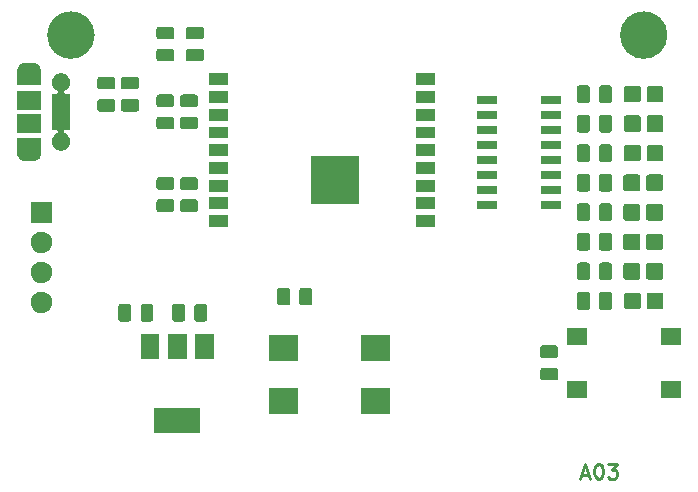
<source format=gbr>
G04 #@! TF.GenerationSoftware,KiCad,Pcbnew,(5.1.6)-1*
G04 #@! TF.CreationDate,2020-09-26T17:35:35+02:00*
G04 #@! TF.ProjectId,PacketVis,5061636b-6574-4566-9973-2e6b69636164,A01*
G04 #@! TF.SameCoordinates,Original*
G04 #@! TF.FileFunction,Soldermask,Top*
G04 #@! TF.FilePolarity,Negative*
%FSLAX46Y46*%
G04 Gerber Fmt 4.6, Leading zero omitted, Abs format (unit mm)*
G04 Created by KiCad (PCBNEW (5.1.6)-1) date 2020-09-26 17:35:35*
%MOMM*%
%LPD*%
G01*
G04 APERTURE LIST*
%ADD10C,0.250000*%
%ADD11C,2.000000*%
%ADD12C,0.100000*%
G04 APERTURE END LIST*
D10*
X230441904Y-116208333D02*
X231037142Y-116208333D01*
X230322857Y-116565476D02*
X230739523Y-115315476D01*
X231156190Y-116565476D01*
X231810952Y-115315476D02*
X231930000Y-115315476D01*
X232049047Y-115375000D01*
X232108571Y-115434523D01*
X232168095Y-115553571D01*
X232227619Y-115791666D01*
X232227619Y-116089285D01*
X232168095Y-116327380D01*
X232108571Y-116446428D01*
X232049047Y-116505952D01*
X231930000Y-116565476D01*
X231810952Y-116565476D01*
X231691904Y-116505952D01*
X231632380Y-116446428D01*
X231572857Y-116327380D01*
X231513333Y-116089285D01*
X231513333Y-115791666D01*
X231572857Y-115553571D01*
X231632380Y-115434523D01*
X231691904Y-115375000D01*
X231810952Y-115315476D01*
X232644285Y-115315476D02*
X233418095Y-115315476D01*
X233001428Y-115791666D01*
X233180000Y-115791666D01*
X233299047Y-115851190D01*
X233358571Y-115910714D01*
X233418095Y-116029761D01*
X233418095Y-116327380D01*
X233358571Y-116446428D01*
X233299047Y-116505952D01*
X233180000Y-116565476D01*
X232822857Y-116565476D01*
X232703809Y-116505952D01*
X232644285Y-116446428D01*
D11*
X188180000Y-79000000D02*
G75*
G03*
X188180000Y-79000000I-1000000J0D01*
G01*
X236680000Y-79000000D02*
G75*
G03*
X236680000Y-79000000I-1000000J0D01*
G01*
D12*
G36*
X198131000Y-112701000D02*
G01*
X194229000Y-112701000D01*
X194229000Y-110599000D01*
X198131000Y-110599000D01*
X198131000Y-112701000D01*
G37*
G36*
X214231000Y-111101000D02*
G01*
X211729000Y-111101000D01*
X211729000Y-108899000D01*
X214231000Y-108899000D01*
X214231000Y-111101000D01*
G37*
G36*
X206431000Y-111101000D02*
G01*
X203929000Y-111101000D01*
X203929000Y-108899000D01*
X206431000Y-108899000D01*
X206431000Y-111101000D01*
G37*
G36*
X230851000Y-109701000D02*
G01*
X229199000Y-109701000D01*
X229199000Y-108299000D01*
X230851000Y-108299000D01*
X230851000Y-109701000D01*
G37*
G36*
X238801000Y-109701000D02*
G01*
X237149000Y-109701000D01*
X237149000Y-108299000D01*
X238801000Y-108299000D01*
X238801000Y-109701000D01*
G37*
G36*
X228264468Y-107153565D02*
G01*
X228303138Y-107165296D01*
X228338777Y-107184346D01*
X228370017Y-107209983D01*
X228395654Y-107241223D01*
X228414704Y-107276862D01*
X228426435Y-107315532D01*
X228431000Y-107361888D01*
X228431000Y-108013112D01*
X228426435Y-108059468D01*
X228414704Y-108098138D01*
X228395654Y-108133777D01*
X228370017Y-108165017D01*
X228338777Y-108190654D01*
X228303138Y-108209704D01*
X228264468Y-108221435D01*
X228218112Y-108226000D01*
X227141888Y-108226000D01*
X227095532Y-108221435D01*
X227056862Y-108209704D01*
X227021223Y-108190654D01*
X226989983Y-108165017D01*
X226964346Y-108133777D01*
X226945296Y-108098138D01*
X226933565Y-108059468D01*
X226929000Y-108013112D01*
X226929000Y-107361888D01*
X226933565Y-107315532D01*
X226945296Y-107276862D01*
X226964346Y-107241223D01*
X226989983Y-107209983D01*
X227021223Y-107184346D01*
X227056862Y-107165296D01*
X227095532Y-107153565D01*
X227141888Y-107149000D01*
X228218112Y-107149000D01*
X228264468Y-107153565D01*
G37*
G36*
X214231000Y-106601000D02*
G01*
X211729000Y-106601000D01*
X211729000Y-104399000D01*
X214231000Y-104399000D01*
X214231000Y-106601000D01*
G37*
G36*
X206431000Y-106601000D02*
G01*
X203929000Y-106601000D01*
X203929000Y-104399000D01*
X206431000Y-104399000D01*
X206431000Y-106601000D01*
G37*
G36*
X196981000Y-106401000D02*
G01*
X195379000Y-106401000D01*
X195379000Y-104299000D01*
X196981000Y-104299000D01*
X196981000Y-106401000D01*
G37*
G36*
X194681000Y-106401000D02*
G01*
X193079000Y-106401000D01*
X193079000Y-104299000D01*
X194681000Y-104299000D01*
X194681000Y-106401000D01*
G37*
G36*
X199281000Y-106401000D02*
G01*
X197679000Y-106401000D01*
X197679000Y-104299000D01*
X199281000Y-104299000D01*
X199281000Y-106401000D01*
G37*
G36*
X228264468Y-105278565D02*
G01*
X228303138Y-105290296D01*
X228338777Y-105309346D01*
X228370017Y-105334983D01*
X228395654Y-105366223D01*
X228414704Y-105401862D01*
X228426435Y-105440532D01*
X228431000Y-105486888D01*
X228431000Y-106138112D01*
X228426435Y-106184468D01*
X228414704Y-106223138D01*
X228395654Y-106258777D01*
X228370017Y-106290017D01*
X228338777Y-106315654D01*
X228303138Y-106334704D01*
X228264468Y-106346435D01*
X228218112Y-106351000D01*
X227141888Y-106351000D01*
X227095532Y-106346435D01*
X227056862Y-106334704D01*
X227021223Y-106315654D01*
X226989983Y-106290017D01*
X226964346Y-106258777D01*
X226945296Y-106223138D01*
X226933565Y-106184468D01*
X226929000Y-106138112D01*
X226929000Y-105486888D01*
X226933565Y-105440532D01*
X226945296Y-105401862D01*
X226964346Y-105366223D01*
X226989983Y-105334983D01*
X227021223Y-105309346D01*
X227056862Y-105290296D01*
X227095532Y-105278565D01*
X227141888Y-105274000D01*
X228218112Y-105274000D01*
X228264468Y-105278565D01*
G37*
G36*
X238801000Y-105201000D02*
G01*
X237149000Y-105201000D01*
X237149000Y-103799000D01*
X238801000Y-103799000D01*
X238801000Y-105201000D01*
G37*
G36*
X230851000Y-105201000D02*
G01*
X229199000Y-105201000D01*
X229199000Y-103799000D01*
X230851000Y-103799000D01*
X230851000Y-105201000D01*
G37*
G36*
X192114468Y-101753565D02*
G01*
X192153138Y-101765296D01*
X192188777Y-101784346D01*
X192220017Y-101809983D01*
X192245654Y-101841223D01*
X192264704Y-101876862D01*
X192276435Y-101915532D01*
X192281000Y-101961888D01*
X192281000Y-103038112D01*
X192276435Y-103084468D01*
X192264704Y-103123138D01*
X192245654Y-103158777D01*
X192220017Y-103190017D01*
X192188777Y-103215654D01*
X192153138Y-103234704D01*
X192114468Y-103246435D01*
X192068112Y-103251000D01*
X191416888Y-103251000D01*
X191370532Y-103246435D01*
X191331862Y-103234704D01*
X191296223Y-103215654D01*
X191264983Y-103190017D01*
X191239346Y-103158777D01*
X191220296Y-103123138D01*
X191208565Y-103084468D01*
X191204000Y-103038112D01*
X191204000Y-101961888D01*
X191208565Y-101915532D01*
X191220296Y-101876862D01*
X191239346Y-101841223D01*
X191264983Y-101809983D01*
X191296223Y-101784346D01*
X191331862Y-101765296D01*
X191370532Y-101753565D01*
X191416888Y-101749000D01*
X192068112Y-101749000D01*
X192114468Y-101753565D01*
G37*
G36*
X198551968Y-101753565D02*
G01*
X198590638Y-101765296D01*
X198626277Y-101784346D01*
X198657517Y-101809983D01*
X198683154Y-101841223D01*
X198702204Y-101876862D01*
X198713935Y-101915532D01*
X198718500Y-101961888D01*
X198718500Y-103038112D01*
X198713935Y-103084468D01*
X198702204Y-103123138D01*
X198683154Y-103158777D01*
X198657517Y-103190017D01*
X198626277Y-103215654D01*
X198590638Y-103234704D01*
X198551968Y-103246435D01*
X198505612Y-103251000D01*
X197854388Y-103251000D01*
X197808032Y-103246435D01*
X197769362Y-103234704D01*
X197733723Y-103215654D01*
X197702483Y-103190017D01*
X197676846Y-103158777D01*
X197657796Y-103123138D01*
X197646065Y-103084468D01*
X197641500Y-103038112D01*
X197641500Y-101961888D01*
X197646065Y-101915532D01*
X197657796Y-101876862D01*
X197676846Y-101841223D01*
X197702483Y-101809983D01*
X197733723Y-101784346D01*
X197769362Y-101765296D01*
X197808032Y-101753565D01*
X197854388Y-101749000D01*
X198505612Y-101749000D01*
X198551968Y-101753565D01*
G37*
G36*
X196676968Y-101753565D02*
G01*
X196715638Y-101765296D01*
X196751277Y-101784346D01*
X196782517Y-101809983D01*
X196808154Y-101841223D01*
X196827204Y-101876862D01*
X196838935Y-101915532D01*
X196843500Y-101961888D01*
X196843500Y-103038112D01*
X196838935Y-103084468D01*
X196827204Y-103123138D01*
X196808154Y-103158777D01*
X196782517Y-103190017D01*
X196751277Y-103215654D01*
X196715638Y-103234704D01*
X196676968Y-103246435D01*
X196630612Y-103251000D01*
X195979388Y-103251000D01*
X195933032Y-103246435D01*
X195894362Y-103234704D01*
X195858723Y-103215654D01*
X195827483Y-103190017D01*
X195801846Y-103158777D01*
X195782796Y-103123138D01*
X195771065Y-103084468D01*
X195766500Y-103038112D01*
X195766500Y-101961888D01*
X195771065Y-101915532D01*
X195782796Y-101876862D01*
X195801846Y-101841223D01*
X195827483Y-101809983D01*
X195858723Y-101784346D01*
X195894362Y-101765296D01*
X195933032Y-101753565D01*
X195979388Y-101749000D01*
X196630612Y-101749000D01*
X196676968Y-101753565D01*
G37*
G36*
X193989468Y-101753565D02*
G01*
X194028138Y-101765296D01*
X194063777Y-101784346D01*
X194095017Y-101809983D01*
X194120654Y-101841223D01*
X194139704Y-101876862D01*
X194151435Y-101915532D01*
X194156000Y-101961888D01*
X194156000Y-103038112D01*
X194151435Y-103084468D01*
X194139704Y-103123138D01*
X194120654Y-103158777D01*
X194095017Y-103190017D01*
X194063777Y-103215654D01*
X194028138Y-103234704D01*
X193989468Y-103246435D01*
X193943112Y-103251000D01*
X193291888Y-103251000D01*
X193245532Y-103246435D01*
X193206862Y-103234704D01*
X193171223Y-103215654D01*
X193139983Y-103190017D01*
X193114346Y-103158777D01*
X193095296Y-103123138D01*
X193083565Y-103084468D01*
X193079000Y-103038112D01*
X193079000Y-101961888D01*
X193083565Y-101915532D01*
X193095296Y-101876862D01*
X193114346Y-101841223D01*
X193139983Y-101809983D01*
X193171223Y-101784346D01*
X193206862Y-101765296D01*
X193245532Y-101753565D01*
X193291888Y-101749000D01*
X193943112Y-101749000D01*
X193989468Y-101753565D01*
G37*
G36*
X184793512Y-100723927D02*
G01*
X184942812Y-100753624D01*
X185106784Y-100821544D01*
X185254354Y-100920147D01*
X185379853Y-101045646D01*
X185478456Y-101193216D01*
X185546376Y-101357188D01*
X185581000Y-101531259D01*
X185581000Y-101708741D01*
X185546376Y-101882812D01*
X185478456Y-102046784D01*
X185379853Y-102194354D01*
X185254354Y-102319853D01*
X185106784Y-102418456D01*
X184942812Y-102486376D01*
X184793512Y-102516073D01*
X184768742Y-102521000D01*
X184591258Y-102521000D01*
X184566488Y-102516073D01*
X184417188Y-102486376D01*
X184253216Y-102418456D01*
X184105646Y-102319853D01*
X183980147Y-102194354D01*
X183881544Y-102046784D01*
X183813624Y-101882812D01*
X183779000Y-101708741D01*
X183779000Y-101531259D01*
X183813624Y-101357188D01*
X183881544Y-101193216D01*
X183980147Y-101045646D01*
X184105646Y-100920147D01*
X184253216Y-100821544D01*
X184417188Y-100753624D01*
X184566488Y-100723927D01*
X184591258Y-100719000D01*
X184768742Y-100719000D01*
X184793512Y-100723927D01*
G37*
G36*
X230944468Y-100753565D02*
G01*
X230983138Y-100765296D01*
X231018777Y-100784346D01*
X231050017Y-100809983D01*
X231075654Y-100841223D01*
X231094704Y-100876862D01*
X231106435Y-100915532D01*
X231111000Y-100961888D01*
X231111000Y-102038112D01*
X231106435Y-102084468D01*
X231094704Y-102123138D01*
X231075654Y-102158777D01*
X231050017Y-102190017D01*
X231018777Y-102215654D01*
X230983138Y-102234704D01*
X230944468Y-102246435D01*
X230898112Y-102251000D01*
X230246888Y-102251000D01*
X230200532Y-102246435D01*
X230161862Y-102234704D01*
X230126223Y-102215654D01*
X230094983Y-102190017D01*
X230069346Y-102158777D01*
X230050296Y-102123138D01*
X230038565Y-102084468D01*
X230034000Y-102038112D01*
X230034000Y-100961888D01*
X230038565Y-100915532D01*
X230050296Y-100876862D01*
X230069346Y-100841223D01*
X230094983Y-100809983D01*
X230126223Y-100784346D01*
X230161862Y-100765296D01*
X230200532Y-100753565D01*
X230246888Y-100749000D01*
X230898112Y-100749000D01*
X230944468Y-100753565D01*
G37*
G36*
X232819468Y-100753565D02*
G01*
X232858138Y-100765296D01*
X232893777Y-100784346D01*
X232925017Y-100809983D01*
X232950654Y-100841223D01*
X232969704Y-100876862D01*
X232981435Y-100915532D01*
X232986000Y-100961888D01*
X232986000Y-102038112D01*
X232981435Y-102084468D01*
X232969704Y-102123138D01*
X232950654Y-102158777D01*
X232925017Y-102190017D01*
X232893777Y-102215654D01*
X232858138Y-102234704D01*
X232819468Y-102246435D01*
X232773112Y-102251000D01*
X232121888Y-102251000D01*
X232075532Y-102246435D01*
X232036862Y-102234704D01*
X232001223Y-102215654D01*
X231969983Y-102190017D01*
X231944346Y-102158777D01*
X231925296Y-102123138D01*
X231913565Y-102084468D01*
X231909000Y-102038112D01*
X231909000Y-100961888D01*
X231913565Y-100915532D01*
X231925296Y-100876862D01*
X231944346Y-100841223D01*
X231969983Y-100809983D01*
X232001223Y-100784346D01*
X232036862Y-100765296D01*
X232075532Y-100753565D01*
X232121888Y-100749000D01*
X232773112Y-100749000D01*
X232819468Y-100753565D01*
G37*
G36*
X235275781Y-100803295D02*
G01*
X235311816Y-100814227D01*
X235345024Y-100831977D01*
X235374134Y-100855866D01*
X235398023Y-100884976D01*
X235415773Y-100918184D01*
X235426705Y-100954219D01*
X235431000Y-100997831D01*
X235431000Y-102002169D01*
X235426705Y-102045781D01*
X235415773Y-102081816D01*
X235398023Y-102115024D01*
X235374134Y-102144134D01*
X235345024Y-102168023D01*
X235311816Y-102185773D01*
X235275781Y-102196705D01*
X235232169Y-102201000D01*
X234202831Y-102201000D01*
X234159219Y-102196705D01*
X234123184Y-102185773D01*
X234089976Y-102168023D01*
X234060866Y-102144134D01*
X234036977Y-102115024D01*
X234019227Y-102081816D01*
X234008295Y-102045781D01*
X234004000Y-102002169D01*
X234004000Y-100997831D01*
X234008295Y-100954219D01*
X234019227Y-100918184D01*
X234036977Y-100884976D01*
X234060866Y-100855866D01*
X234089976Y-100831977D01*
X234123184Y-100814227D01*
X234159219Y-100803295D01*
X234202831Y-100799000D01*
X235232169Y-100799000D01*
X235275781Y-100803295D01*
G37*
G36*
X237200781Y-100803295D02*
G01*
X237236816Y-100814227D01*
X237270024Y-100831977D01*
X237299134Y-100855866D01*
X237323023Y-100884976D01*
X237340773Y-100918184D01*
X237351705Y-100954219D01*
X237356000Y-100997831D01*
X237356000Y-102002169D01*
X237351705Y-102045781D01*
X237340773Y-102081816D01*
X237323023Y-102115024D01*
X237299134Y-102144134D01*
X237270024Y-102168023D01*
X237236816Y-102185773D01*
X237200781Y-102196705D01*
X237157169Y-102201000D01*
X236127831Y-102201000D01*
X236084219Y-102196705D01*
X236048184Y-102185773D01*
X236014976Y-102168023D01*
X235985866Y-102144134D01*
X235961977Y-102115024D01*
X235944227Y-102081816D01*
X235933295Y-102045781D01*
X235929000Y-102002169D01*
X235929000Y-100997831D01*
X235933295Y-100954219D01*
X235944227Y-100918184D01*
X235961977Y-100884976D01*
X235985866Y-100855866D01*
X236014976Y-100831977D01*
X236048184Y-100814227D01*
X236084219Y-100803295D01*
X236127831Y-100799000D01*
X237157169Y-100799000D01*
X237200781Y-100803295D01*
G37*
G36*
X205564468Y-100383565D02*
G01*
X205603138Y-100395296D01*
X205638777Y-100414346D01*
X205670017Y-100439983D01*
X205695654Y-100471223D01*
X205714704Y-100506862D01*
X205726435Y-100545532D01*
X205731000Y-100591888D01*
X205731000Y-101668112D01*
X205726435Y-101714468D01*
X205714704Y-101753138D01*
X205695654Y-101788777D01*
X205670017Y-101820017D01*
X205638777Y-101845654D01*
X205603138Y-101864704D01*
X205564468Y-101876435D01*
X205518112Y-101881000D01*
X204866888Y-101881000D01*
X204820532Y-101876435D01*
X204781862Y-101864704D01*
X204746223Y-101845654D01*
X204714983Y-101820017D01*
X204689346Y-101788777D01*
X204670296Y-101753138D01*
X204658565Y-101714468D01*
X204654000Y-101668112D01*
X204654000Y-100591888D01*
X204658565Y-100545532D01*
X204670296Y-100506862D01*
X204689346Y-100471223D01*
X204714983Y-100439983D01*
X204746223Y-100414346D01*
X204781862Y-100395296D01*
X204820532Y-100383565D01*
X204866888Y-100379000D01*
X205518112Y-100379000D01*
X205564468Y-100383565D01*
G37*
G36*
X207439468Y-100383565D02*
G01*
X207478138Y-100395296D01*
X207513777Y-100414346D01*
X207545017Y-100439983D01*
X207570654Y-100471223D01*
X207589704Y-100506862D01*
X207601435Y-100545532D01*
X207606000Y-100591888D01*
X207606000Y-101668112D01*
X207601435Y-101714468D01*
X207589704Y-101753138D01*
X207570654Y-101788777D01*
X207545017Y-101820017D01*
X207513777Y-101845654D01*
X207478138Y-101864704D01*
X207439468Y-101876435D01*
X207393112Y-101881000D01*
X206741888Y-101881000D01*
X206695532Y-101876435D01*
X206656862Y-101864704D01*
X206621223Y-101845654D01*
X206589983Y-101820017D01*
X206564346Y-101788777D01*
X206545296Y-101753138D01*
X206533565Y-101714468D01*
X206529000Y-101668112D01*
X206529000Y-100591888D01*
X206533565Y-100545532D01*
X206545296Y-100506862D01*
X206564346Y-100471223D01*
X206589983Y-100439983D01*
X206621223Y-100414346D01*
X206656862Y-100395296D01*
X206695532Y-100383565D01*
X206741888Y-100379000D01*
X207393112Y-100379000D01*
X207439468Y-100383565D01*
G37*
G36*
X184793512Y-98183927D02*
G01*
X184942812Y-98213624D01*
X185106784Y-98281544D01*
X185254354Y-98380147D01*
X185379853Y-98505646D01*
X185478456Y-98653216D01*
X185546376Y-98817188D01*
X185581000Y-98991259D01*
X185581000Y-99168741D01*
X185546376Y-99342812D01*
X185478456Y-99506784D01*
X185379853Y-99654354D01*
X185254354Y-99779853D01*
X185106784Y-99878456D01*
X184942812Y-99946376D01*
X184793512Y-99976073D01*
X184768742Y-99981000D01*
X184591258Y-99981000D01*
X184566488Y-99976073D01*
X184417188Y-99946376D01*
X184253216Y-99878456D01*
X184105646Y-99779853D01*
X183980147Y-99654354D01*
X183881544Y-99506784D01*
X183813624Y-99342812D01*
X183779000Y-99168741D01*
X183779000Y-98991259D01*
X183813624Y-98817188D01*
X183881544Y-98653216D01*
X183980147Y-98505646D01*
X184105646Y-98380147D01*
X184253216Y-98281544D01*
X184417188Y-98213624D01*
X184566488Y-98183927D01*
X184591258Y-98179000D01*
X184768742Y-98179000D01*
X184793512Y-98183927D01*
G37*
G36*
X232819468Y-98253565D02*
G01*
X232858138Y-98265296D01*
X232893777Y-98284346D01*
X232925017Y-98309983D01*
X232950654Y-98341223D01*
X232969704Y-98376862D01*
X232981435Y-98415532D01*
X232986000Y-98461888D01*
X232986000Y-99538112D01*
X232981435Y-99584468D01*
X232969704Y-99623138D01*
X232950654Y-99658777D01*
X232925017Y-99690017D01*
X232893777Y-99715654D01*
X232858138Y-99734704D01*
X232819468Y-99746435D01*
X232773112Y-99751000D01*
X232121888Y-99751000D01*
X232075532Y-99746435D01*
X232036862Y-99734704D01*
X232001223Y-99715654D01*
X231969983Y-99690017D01*
X231944346Y-99658777D01*
X231925296Y-99623138D01*
X231913565Y-99584468D01*
X231909000Y-99538112D01*
X231909000Y-98461888D01*
X231913565Y-98415532D01*
X231925296Y-98376862D01*
X231944346Y-98341223D01*
X231969983Y-98309983D01*
X232001223Y-98284346D01*
X232036862Y-98265296D01*
X232075532Y-98253565D01*
X232121888Y-98249000D01*
X232773112Y-98249000D01*
X232819468Y-98253565D01*
G37*
G36*
X230944468Y-98253565D02*
G01*
X230983138Y-98265296D01*
X231018777Y-98284346D01*
X231050017Y-98309983D01*
X231075654Y-98341223D01*
X231094704Y-98376862D01*
X231106435Y-98415532D01*
X231111000Y-98461888D01*
X231111000Y-99538112D01*
X231106435Y-99584468D01*
X231094704Y-99623138D01*
X231075654Y-99658777D01*
X231050017Y-99690017D01*
X231018777Y-99715654D01*
X230983138Y-99734704D01*
X230944468Y-99746435D01*
X230898112Y-99751000D01*
X230246888Y-99751000D01*
X230200532Y-99746435D01*
X230161862Y-99734704D01*
X230126223Y-99715654D01*
X230094983Y-99690017D01*
X230069346Y-99658777D01*
X230050296Y-99623138D01*
X230038565Y-99584468D01*
X230034000Y-99538112D01*
X230034000Y-98461888D01*
X230038565Y-98415532D01*
X230050296Y-98376862D01*
X230069346Y-98341223D01*
X230094983Y-98309983D01*
X230126223Y-98284346D01*
X230161862Y-98265296D01*
X230200532Y-98253565D01*
X230246888Y-98249000D01*
X230898112Y-98249000D01*
X230944468Y-98253565D01*
G37*
G36*
X237163281Y-98303295D02*
G01*
X237199316Y-98314227D01*
X237232524Y-98331977D01*
X237261634Y-98355866D01*
X237285523Y-98384976D01*
X237303273Y-98418184D01*
X237314205Y-98454219D01*
X237318500Y-98497831D01*
X237318500Y-99502169D01*
X237314205Y-99545781D01*
X237303273Y-99581816D01*
X237285523Y-99615024D01*
X237261634Y-99644134D01*
X237232524Y-99668023D01*
X237199316Y-99685773D01*
X237163281Y-99696705D01*
X237119669Y-99701000D01*
X236090331Y-99701000D01*
X236046719Y-99696705D01*
X236010684Y-99685773D01*
X235977476Y-99668023D01*
X235948366Y-99644134D01*
X235924477Y-99615024D01*
X235906727Y-99581816D01*
X235895795Y-99545781D01*
X235891500Y-99502169D01*
X235891500Y-98497831D01*
X235895795Y-98454219D01*
X235906727Y-98418184D01*
X235924477Y-98384976D01*
X235948366Y-98355866D01*
X235977476Y-98331977D01*
X236010684Y-98314227D01*
X236046719Y-98303295D01*
X236090331Y-98299000D01*
X237119669Y-98299000D01*
X237163281Y-98303295D01*
G37*
G36*
X235238281Y-98303295D02*
G01*
X235274316Y-98314227D01*
X235307524Y-98331977D01*
X235336634Y-98355866D01*
X235360523Y-98384976D01*
X235378273Y-98418184D01*
X235389205Y-98454219D01*
X235393500Y-98497831D01*
X235393500Y-99502169D01*
X235389205Y-99545781D01*
X235378273Y-99581816D01*
X235360523Y-99615024D01*
X235336634Y-99644134D01*
X235307524Y-99668023D01*
X235274316Y-99685773D01*
X235238281Y-99696705D01*
X235194669Y-99701000D01*
X234165331Y-99701000D01*
X234121719Y-99696705D01*
X234085684Y-99685773D01*
X234052476Y-99668023D01*
X234023366Y-99644134D01*
X233999477Y-99615024D01*
X233981727Y-99581816D01*
X233970795Y-99545781D01*
X233966500Y-99502169D01*
X233966500Y-98497831D01*
X233970795Y-98454219D01*
X233981727Y-98418184D01*
X233999477Y-98384976D01*
X234023366Y-98355866D01*
X234052476Y-98331977D01*
X234085684Y-98314227D01*
X234121719Y-98303295D01*
X234165331Y-98299000D01*
X235194669Y-98299000D01*
X235238281Y-98303295D01*
G37*
G36*
X184793512Y-95643927D02*
G01*
X184942812Y-95673624D01*
X185106784Y-95741544D01*
X185254354Y-95840147D01*
X185379853Y-95965646D01*
X185478456Y-96113216D01*
X185546376Y-96277188D01*
X185581000Y-96451259D01*
X185581000Y-96628741D01*
X185546376Y-96802812D01*
X185478456Y-96966784D01*
X185379853Y-97114354D01*
X185254354Y-97239853D01*
X185106784Y-97338456D01*
X184942812Y-97406376D01*
X184793512Y-97436073D01*
X184768742Y-97441000D01*
X184591258Y-97441000D01*
X184566488Y-97436073D01*
X184417188Y-97406376D01*
X184253216Y-97338456D01*
X184105646Y-97239853D01*
X183980147Y-97114354D01*
X183881544Y-96966784D01*
X183813624Y-96802812D01*
X183779000Y-96628741D01*
X183779000Y-96451259D01*
X183813624Y-96277188D01*
X183881544Y-96113216D01*
X183980147Y-95965646D01*
X184105646Y-95840147D01*
X184253216Y-95741544D01*
X184417188Y-95673624D01*
X184566488Y-95643927D01*
X184591258Y-95639000D01*
X184768742Y-95639000D01*
X184793512Y-95643927D01*
G37*
G36*
X232819468Y-95753565D02*
G01*
X232858138Y-95765296D01*
X232893777Y-95784346D01*
X232925017Y-95809983D01*
X232950654Y-95841223D01*
X232969704Y-95876862D01*
X232981435Y-95915532D01*
X232986000Y-95961888D01*
X232986000Y-97038112D01*
X232981435Y-97084468D01*
X232969704Y-97123138D01*
X232950654Y-97158777D01*
X232925017Y-97190017D01*
X232893777Y-97215654D01*
X232858138Y-97234704D01*
X232819468Y-97246435D01*
X232773112Y-97251000D01*
X232121888Y-97251000D01*
X232075532Y-97246435D01*
X232036862Y-97234704D01*
X232001223Y-97215654D01*
X231969983Y-97190017D01*
X231944346Y-97158777D01*
X231925296Y-97123138D01*
X231913565Y-97084468D01*
X231909000Y-97038112D01*
X231909000Y-95961888D01*
X231913565Y-95915532D01*
X231925296Y-95876862D01*
X231944346Y-95841223D01*
X231969983Y-95809983D01*
X232001223Y-95784346D01*
X232036862Y-95765296D01*
X232075532Y-95753565D01*
X232121888Y-95749000D01*
X232773112Y-95749000D01*
X232819468Y-95753565D01*
G37*
G36*
X230944468Y-95753565D02*
G01*
X230983138Y-95765296D01*
X231018777Y-95784346D01*
X231050017Y-95809983D01*
X231075654Y-95841223D01*
X231094704Y-95876862D01*
X231106435Y-95915532D01*
X231111000Y-95961888D01*
X231111000Y-97038112D01*
X231106435Y-97084468D01*
X231094704Y-97123138D01*
X231075654Y-97158777D01*
X231050017Y-97190017D01*
X231018777Y-97215654D01*
X230983138Y-97234704D01*
X230944468Y-97246435D01*
X230898112Y-97251000D01*
X230246888Y-97251000D01*
X230200532Y-97246435D01*
X230161862Y-97234704D01*
X230126223Y-97215654D01*
X230094983Y-97190017D01*
X230069346Y-97158777D01*
X230050296Y-97123138D01*
X230038565Y-97084468D01*
X230034000Y-97038112D01*
X230034000Y-95961888D01*
X230038565Y-95915532D01*
X230050296Y-95876862D01*
X230069346Y-95841223D01*
X230094983Y-95809983D01*
X230126223Y-95784346D01*
X230161862Y-95765296D01*
X230200532Y-95753565D01*
X230246888Y-95749000D01*
X230898112Y-95749000D01*
X230944468Y-95753565D01*
G37*
G36*
X237163281Y-95803295D02*
G01*
X237199316Y-95814227D01*
X237232524Y-95831977D01*
X237261634Y-95855866D01*
X237285523Y-95884976D01*
X237303273Y-95918184D01*
X237314205Y-95954219D01*
X237318500Y-95997831D01*
X237318500Y-97002169D01*
X237314205Y-97045781D01*
X237303273Y-97081816D01*
X237285523Y-97115024D01*
X237261634Y-97144134D01*
X237232524Y-97168023D01*
X237199316Y-97185773D01*
X237163281Y-97196705D01*
X237119669Y-97201000D01*
X236090331Y-97201000D01*
X236046719Y-97196705D01*
X236010684Y-97185773D01*
X235977476Y-97168023D01*
X235948366Y-97144134D01*
X235924477Y-97115024D01*
X235906727Y-97081816D01*
X235895795Y-97045781D01*
X235891500Y-97002169D01*
X235891500Y-95997831D01*
X235895795Y-95954219D01*
X235906727Y-95918184D01*
X235924477Y-95884976D01*
X235948366Y-95855866D01*
X235977476Y-95831977D01*
X236010684Y-95814227D01*
X236046719Y-95803295D01*
X236090331Y-95799000D01*
X237119669Y-95799000D01*
X237163281Y-95803295D01*
G37*
G36*
X235238281Y-95803295D02*
G01*
X235274316Y-95814227D01*
X235307524Y-95831977D01*
X235336634Y-95855866D01*
X235360523Y-95884976D01*
X235378273Y-95918184D01*
X235389205Y-95954219D01*
X235393500Y-95997831D01*
X235393500Y-97002169D01*
X235389205Y-97045781D01*
X235378273Y-97081816D01*
X235360523Y-97115024D01*
X235336634Y-97144134D01*
X235307524Y-97168023D01*
X235274316Y-97185773D01*
X235238281Y-97196705D01*
X235194669Y-97201000D01*
X234165331Y-97201000D01*
X234121719Y-97196705D01*
X234085684Y-97185773D01*
X234052476Y-97168023D01*
X234023366Y-97144134D01*
X233999477Y-97115024D01*
X233981727Y-97081816D01*
X233970795Y-97045781D01*
X233966500Y-97002169D01*
X233966500Y-95997831D01*
X233970795Y-95954219D01*
X233981727Y-95918184D01*
X233999477Y-95884976D01*
X234023366Y-95855866D01*
X234052476Y-95831977D01*
X234085684Y-95814227D01*
X234121719Y-95803295D01*
X234165331Y-95799000D01*
X235194669Y-95799000D01*
X235238281Y-95803295D01*
G37*
G36*
X200481000Y-95251000D02*
G01*
X198879000Y-95251000D01*
X198879000Y-94249000D01*
X200481000Y-94249000D01*
X200481000Y-95251000D01*
G37*
G36*
X217981000Y-95251000D02*
G01*
X216379000Y-95251000D01*
X216379000Y-94249000D01*
X217981000Y-94249000D01*
X217981000Y-95251000D01*
G37*
G36*
X185581000Y-94901000D02*
G01*
X183779000Y-94901000D01*
X183779000Y-93099000D01*
X185581000Y-93099000D01*
X185581000Y-94901000D01*
G37*
G36*
X232819468Y-93253565D02*
G01*
X232858138Y-93265296D01*
X232893777Y-93284346D01*
X232925017Y-93309983D01*
X232950654Y-93341223D01*
X232969704Y-93376862D01*
X232981435Y-93415532D01*
X232986000Y-93461888D01*
X232986000Y-94538112D01*
X232981435Y-94584468D01*
X232969704Y-94623138D01*
X232950654Y-94658777D01*
X232925017Y-94690017D01*
X232893777Y-94715654D01*
X232858138Y-94734704D01*
X232819468Y-94746435D01*
X232773112Y-94751000D01*
X232121888Y-94751000D01*
X232075532Y-94746435D01*
X232036862Y-94734704D01*
X232001223Y-94715654D01*
X231969983Y-94690017D01*
X231944346Y-94658777D01*
X231925296Y-94623138D01*
X231913565Y-94584468D01*
X231909000Y-94538112D01*
X231909000Y-93461888D01*
X231913565Y-93415532D01*
X231925296Y-93376862D01*
X231944346Y-93341223D01*
X231969983Y-93309983D01*
X232001223Y-93284346D01*
X232036862Y-93265296D01*
X232075532Y-93253565D01*
X232121888Y-93249000D01*
X232773112Y-93249000D01*
X232819468Y-93253565D01*
G37*
G36*
X230944468Y-93253565D02*
G01*
X230983138Y-93265296D01*
X231018777Y-93284346D01*
X231050017Y-93309983D01*
X231075654Y-93341223D01*
X231094704Y-93376862D01*
X231106435Y-93415532D01*
X231111000Y-93461888D01*
X231111000Y-94538112D01*
X231106435Y-94584468D01*
X231094704Y-94623138D01*
X231075654Y-94658777D01*
X231050017Y-94690017D01*
X231018777Y-94715654D01*
X230983138Y-94734704D01*
X230944468Y-94746435D01*
X230898112Y-94751000D01*
X230246888Y-94751000D01*
X230200532Y-94746435D01*
X230161862Y-94734704D01*
X230126223Y-94715654D01*
X230094983Y-94690017D01*
X230069346Y-94658777D01*
X230050296Y-94623138D01*
X230038565Y-94584468D01*
X230034000Y-94538112D01*
X230034000Y-93461888D01*
X230038565Y-93415532D01*
X230050296Y-93376862D01*
X230069346Y-93341223D01*
X230094983Y-93309983D01*
X230126223Y-93284346D01*
X230161862Y-93265296D01*
X230200532Y-93253565D01*
X230246888Y-93249000D01*
X230898112Y-93249000D01*
X230944468Y-93253565D01*
G37*
G36*
X235238281Y-93303295D02*
G01*
X235274316Y-93314227D01*
X235307524Y-93331977D01*
X235336634Y-93355866D01*
X235360523Y-93384976D01*
X235378273Y-93418184D01*
X235389205Y-93454219D01*
X235393500Y-93497831D01*
X235393500Y-94502169D01*
X235389205Y-94545781D01*
X235378273Y-94581816D01*
X235360523Y-94615024D01*
X235336634Y-94644134D01*
X235307524Y-94668023D01*
X235274316Y-94685773D01*
X235238281Y-94696705D01*
X235194669Y-94701000D01*
X234165331Y-94701000D01*
X234121719Y-94696705D01*
X234085684Y-94685773D01*
X234052476Y-94668023D01*
X234023366Y-94644134D01*
X233999477Y-94615024D01*
X233981727Y-94581816D01*
X233970795Y-94545781D01*
X233966500Y-94502169D01*
X233966500Y-93497831D01*
X233970795Y-93454219D01*
X233981727Y-93418184D01*
X233999477Y-93384976D01*
X234023366Y-93355866D01*
X234052476Y-93331977D01*
X234085684Y-93314227D01*
X234121719Y-93303295D01*
X234165331Y-93299000D01*
X235194669Y-93299000D01*
X235238281Y-93303295D01*
G37*
G36*
X237163281Y-93303295D02*
G01*
X237199316Y-93314227D01*
X237232524Y-93331977D01*
X237261634Y-93355866D01*
X237285523Y-93384976D01*
X237303273Y-93418184D01*
X237314205Y-93454219D01*
X237318500Y-93497831D01*
X237318500Y-94502169D01*
X237314205Y-94545781D01*
X237303273Y-94581816D01*
X237285523Y-94615024D01*
X237261634Y-94644134D01*
X237232524Y-94668023D01*
X237199316Y-94685773D01*
X237163281Y-94696705D01*
X237119669Y-94701000D01*
X236090331Y-94701000D01*
X236046719Y-94696705D01*
X236010684Y-94685773D01*
X235977476Y-94668023D01*
X235948366Y-94644134D01*
X235924477Y-94615024D01*
X235906727Y-94581816D01*
X235895795Y-94545781D01*
X235891500Y-94502169D01*
X235891500Y-93497831D01*
X235895795Y-93454219D01*
X235906727Y-93418184D01*
X235924477Y-93384976D01*
X235948366Y-93355866D01*
X235977476Y-93331977D01*
X236010684Y-93314227D01*
X236046719Y-93303295D01*
X236090331Y-93299000D01*
X237119669Y-93299000D01*
X237163281Y-93303295D01*
G37*
G36*
X197764468Y-92903565D02*
G01*
X197803138Y-92915296D01*
X197838777Y-92934346D01*
X197870017Y-92959983D01*
X197895654Y-92991223D01*
X197914704Y-93026862D01*
X197926435Y-93065532D01*
X197931000Y-93111888D01*
X197931000Y-93763112D01*
X197926435Y-93809468D01*
X197914704Y-93848138D01*
X197895654Y-93883777D01*
X197870017Y-93915017D01*
X197838777Y-93940654D01*
X197803138Y-93959704D01*
X197764468Y-93971435D01*
X197718112Y-93976000D01*
X196641888Y-93976000D01*
X196595532Y-93971435D01*
X196556862Y-93959704D01*
X196521223Y-93940654D01*
X196489983Y-93915017D01*
X196464346Y-93883777D01*
X196445296Y-93848138D01*
X196433565Y-93809468D01*
X196429000Y-93763112D01*
X196429000Y-93111888D01*
X196433565Y-93065532D01*
X196445296Y-93026862D01*
X196464346Y-92991223D01*
X196489983Y-92959983D01*
X196521223Y-92934346D01*
X196556862Y-92915296D01*
X196595532Y-92903565D01*
X196641888Y-92899000D01*
X197718112Y-92899000D01*
X197764468Y-92903565D01*
G37*
G36*
X195764468Y-92903565D02*
G01*
X195803138Y-92915296D01*
X195838777Y-92934346D01*
X195870017Y-92959983D01*
X195895654Y-92991223D01*
X195914704Y-93026862D01*
X195926435Y-93065532D01*
X195931000Y-93111888D01*
X195931000Y-93763112D01*
X195926435Y-93809468D01*
X195914704Y-93848138D01*
X195895654Y-93883777D01*
X195870017Y-93915017D01*
X195838777Y-93940654D01*
X195803138Y-93959704D01*
X195764468Y-93971435D01*
X195718112Y-93976000D01*
X194641888Y-93976000D01*
X194595532Y-93971435D01*
X194556862Y-93959704D01*
X194521223Y-93940654D01*
X194489983Y-93915017D01*
X194464346Y-93883777D01*
X194445296Y-93848138D01*
X194433565Y-93809468D01*
X194429000Y-93763112D01*
X194429000Y-93111888D01*
X194433565Y-93065532D01*
X194445296Y-93026862D01*
X194464346Y-92991223D01*
X194489983Y-92959983D01*
X194521223Y-92934346D01*
X194556862Y-92915296D01*
X194595532Y-92903565D01*
X194641888Y-92899000D01*
X195718112Y-92899000D01*
X195764468Y-92903565D01*
G37*
G36*
X200481000Y-93751000D02*
G01*
X198879000Y-93751000D01*
X198879000Y-92749000D01*
X200481000Y-92749000D01*
X200481000Y-93751000D01*
G37*
G36*
X217981000Y-93751000D02*
G01*
X216379000Y-93751000D01*
X216379000Y-92749000D01*
X217981000Y-92749000D01*
X217981000Y-93751000D01*
G37*
G36*
X228656000Y-93741000D02*
G01*
X227004000Y-93741000D01*
X227004000Y-93039000D01*
X228656000Y-93039000D01*
X228656000Y-93741000D01*
G37*
G36*
X223256000Y-93741000D02*
G01*
X221604000Y-93741000D01*
X221604000Y-93039000D01*
X223256000Y-93039000D01*
X223256000Y-93741000D01*
G37*
G36*
X211581000Y-93311000D02*
G01*
X207479000Y-93311000D01*
X207479000Y-89209000D01*
X211581000Y-89209000D01*
X211581000Y-93311000D01*
G37*
G36*
X223256000Y-92471000D02*
G01*
X221604000Y-92471000D01*
X221604000Y-91769000D01*
X223256000Y-91769000D01*
X223256000Y-92471000D01*
G37*
G36*
X228656000Y-92471000D02*
G01*
X227004000Y-92471000D01*
X227004000Y-91769000D01*
X228656000Y-91769000D01*
X228656000Y-92471000D01*
G37*
G36*
X230944468Y-90753565D02*
G01*
X230983138Y-90765296D01*
X231018777Y-90784346D01*
X231050017Y-90809983D01*
X231075654Y-90841223D01*
X231094704Y-90876862D01*
X231106435Y-90915532D01*
X231111000Y-90961888D01*
X231111000Y-92038112D01*
X231106435Y-92084468D01*
X231094704Y-92123138D01*
X231075654Y-92158777D01*
X231050017Y-92190017D01*
X231018777Y-92215654D01*
X230983138Y-92234704D01*
X230944468Y-92246435D01*
X230898112Y-92251000D01*
X230246888Y-92251000D01*
X230200532Y-92246435D01*
X230161862Y-92234704D01*
X230126223Y-92215654D01*
X230094983Y-92190017D01*
X230069346Y-92158777D01*
X230050296Y-92123138D01*
X230038565Y-92084468D01*
X230034000Y-92038112D01*
X230034000Y-90961888D01*
X230038565Y-90915532D01*
X230050296Y-90876862D01*
X230069346Y-90841223D01*
X230094983Y-90809983D01*
X230126223Y-90784346D01*
X230161862Y-90765296D01*
X230200532Y-90753565D01*
X230246888Y-90749000D01*
X230898112Y-90749000D01*
X230944468Y-90753565D01*
G37*
G36*
X232819468Y-90753565D02*
G01*
X232858138Y-90765296D01*
X232893777Y-90784346D01*
X232925017Y-90809983D01*
X232950654Y-90841223D01*
X232969704Y-90876862D01*
X232981435Y-90915532D01*
X232986000Y-90961888D01*
X232986000Y-92038112D01*
X232981435Y-92084468D01*
X232969704Y-92123138D01*
X232950654Y-92158777D01*
X232925017Y-92190017D01*
X232893777Y-92215654D01*
X232858138Y-92234704D01*
X232819468Y-92246435D01*
X232773112Y-92251000D01*
X232121888Y-92251000D01*
X232075532Y-92246435D01*
X232036862Y-92234704D01*
X232001223Y-92215654D01*
X231969983Y-92190017D01*
X231944346Y-92158777D01*
X231925296Y-92123138D01*
X231913565Y-92084468D01*
X231909000Y-92038112D01*
X231909000Y-90961888D01*
X231913565Y-90915532D01*
X231925296Y-90876862D01*
X231944346Y-90841223D01*
X231969983Y-90809983D01*
X232001223Y-90784346D01*
X232036862Y-90765296D01*
X232075532Y-90753565D01*
X232121888Y-90749000D01*
X232773112Y-90749000D01*
X232819468Y-90753565D01*
G37*
G36*
X217981000Y-92251000D02*
G01*
X216379000Y-92251000D01*
X216379000Y-91249000D01*
X217981000Y-91249000D01*
X217981000Y-92251000D01*
G37*
G36*
X200481000Y-92251000D02*
G01*
X198879000Y-92251000D01*
X198879000Y-91249000D01*
X200481000Y-91249000D01*
X200481000Y-92251000D01*
G37*
G36*
X235238281Y-90803295D02*
G01*
X235274316Y-90814227D01*
X235307524Y-90831977D01*
X235336634Y-90855866D01*
X235360523Y-90884976D01*
X235378273Y-90918184D01*
X235389205Y-90954219D01*
X235393500Y-90997831D01*
X235393500Y-92002169D01*
X235389205Y-92045781D01*
X235378273Y-92081816D01*
X235360523Y-92115024D01*
X235336634Y-92144134D01*
X235307524Y-92168023D01*
X235274316Y-92185773D01*
X235238281Y-92196705D01*
X235194669Y-92201000D01*
X234165331Y-92201000D01*
X234121719Y-92196705D01*
X234085684Y-92185773D01*
X234052476Y-92168023D01*
X234023366Y-92144134D01*
X233999477Y-92115024D01*
X233981727Y-92081816D01*
X233970795Y-92045781D01*
X233966500Y-92002169D01*
X233966500Y-90997831D01*
X233970795Y-90954219D01*
X233981727Y-90918184D01*
X233999477Y-90884976D01*
X234023366Y-90855866D01*
X234052476Y-90831977D01*
X234085684Y-90814227D01*
X234121719Y-90803295D01*
X234165331Y-90799000D01*
X235194669Y-90799000D01*
X235238281Y-90803295D01*
G37*
G36*
X237163281Y-90803295D02*
G01*
X237199316Y-90814227D01*
X237232524Y-90831977D01*
X237261634Y-90855866D01*
X237285523Y-90884976D01*
X237303273Y-90918184D01*
X237314205Y-90954219D01*
X237318500Y-90997831D01*
X237318500Y-92002169D01*
X237314205Y-92045781D01*
X237303273Y-92081816D01*
X237285523Y-92115024D01*
X237261634Y-92144134D01*
X237232524Y-92168023D01*
X237199316Y-92185773D01*
X237163281Y-92196705D01*
X237119669Y-92201000D01*
X236090331Y-92201000D01*
X236046719Y-92196705D01*
X236010684Y-92185773D01*
X235977476Y-92168023D01*
X235948366Y-92144134D01*
X235924477Y-92115024D01*
X235906727Y-92081816D01*
X235895795Y-92045781D01*
X235891500Y-92002169D01*
X235891500Y-90997831D01*
X235895795Y-90954219D01*
X235906727Y-90918184D01*
X235924477Y-90884976D01*
X235948366Y-90855866D01*
X235977476Y-90831977D01*
X236010684Y-90814227D01*
X236046719Y-90803295D01*
X236090331Y-90799000D01*
X237119669Y-90799000D01*
X237163281Y-90803295D01*
G37*
G36*
X195764468Y-91028565D02*
G01*
X195803138Y-91040296D01*
X195838777Y-91059346D01*
X195870017Y-91084983D01*
X195895654Y-91116223D01*
X195914704Y-91151862D01*
X195926435Y-91190532D01*
X195931000Y-91236888D01*
X195931000Y-91888112D01*
X195926435Y-91934468D01*
X195914704Y-91973138D01*
X195895654Y-92008777D01*
X195870017Y-92040017D01*
X195838777Y-92065654D01*
X195803138Y-92084704D01*
X195764468Y-92096435D01*
X195718112Y-92101000D01*
X194641888Y-92101000D01*
X194595532Y-92096435D01*
X194556862Y-92084704D01*
X194521223Y-92065654D01*
X194489983Y-92040017D01*
X194464346Y-92008777D01*
X194445296Y-91973138D01*
X194433565Y-91934468D01*
X194429000Y-91888112D01*
X194429000Y-91236888D01*
X194433565Y-91190532D01*
X194445296Y-91151862D01*
X194464346Y-91116223D01*
X194489983Y-91084983D01*
X194521223Y-91059346D01*
X194556862Y-91040296D01*
X194595532Y-91028565D01*
X194641888Y-91024000D01*
X195718112Y-91024000D01*
X195764468Y-91028565D01*
G37*
G36*
X197764468Y-91028565D02*
G01*
X197803138Y-91040296D01*
X197838777Y-91059346D01*
X197870017Y-91084983D01*
X197895654Y-91116223D01*
X197914704Y-91151862D01*
X197926435Y-91190532D01*
X197931000Y-91236888D01*
X197931000Y-91888112D01*
X197926435Y-91934468D01*
X197914704Y-91973138D01*
X197895654Y-92008777D01*
X197870017Y-92040017D01*
X197838777Y-92065654D01*
X197803138Y-92084704D01*
X197764468Y-92096435D01*
X197718112Y-92101000D01*
X196641888Y-92101000D01*
X196595532Y-92096435D01*
X196556862Y-92084704D01*
X196521223Y-92065654D01*
X196489983Y-92040017D01*
X196464346Y-92008777D01*
X196445296Y-91973138D01*
X196433565Y-91934468D01*
X196429000Y-91888112D01*
X196429000Y-91236888D01*
X196433565Y-91190532D01*
X196445296Y-91151862D01*
X196464346Y-91116223D01*
X196489983Y-91084983D01*
X196521223Y-91059346D01*
X196556862Y-91040296D01*
X196595532Y-91028565D01*
X196641888Y-91024000D01*
X197718112Y-91024000D01*
X197764468Y-91028565D01*
G37*
G36*
X223256000Y-91201000D02*
G01*
X221604000Y-91201000D01*
X221604000Y-90499000D01*
X223256000Y-90499000D01*
X223256000Y-91201000D01*
G37*
G36*
X228656000Y-91201000D02*
G01*
X227004000Y-91201000D01*
X227004000Y-90499000D01*
X228656000Y-90499000D01*
X228656000Y-91201000D01*
G37*
G36*
X217981000Y-90751000D02*
G01*
X216379000Y-90751000D01*
X216379000Y-89749000D01*
X217981000Y-89749000D01*
X217981000Y-90751000D01*
G37*
G36*
X200481000Y-90751000D02*
G01*
X198879000Y-90751000D01*
X198879000Y-89749000D01*
X200481000Y-89749000D01*
X200481000Y-90751000D01*
G37*
G36*
X223256000Y-89931000D02*
G01*
X221604000Y-89931000D01*
X221604000Y-89229000D01*
X223256000Y-89229000D01*
X223256000Y-89931000D01*
G37*
G36*
X228656000Y-89931000D02*
G01*
X227004000Y-89931000D01*
X227004000Y-89229000D01*
X228656000Y-89229000D01*
X228656000Y-89931000D01*
G37*
G36*
X230944468Y-88253565D02*
G01*
X230983138Y-88265296D01*
X231018777Y-88284346D01*
X231050017Y-88309983D01*
X231075654Y-88341223D01*
X231094704Y-88376862D01*
X231106435Y-88415532D01*
X231111000Y-88461888D01*
X231111000Y-89538112D01*
X231106435Y-89584468D01*
X231094704Y-89623138D01*
X231075654Y-89658777D01*
X231050017Y-89690017D01*
X231018777Y-89715654D01*
X230983138Y-89734704D01*
X230944468Y-89746435D01*
X230898112Y-89751000D01*
X230246888Y-89751000D01*
X230200532Y-89746435D01*
X230161862Y-89734704D01*
X230126223Y-89715654D01*
X230094983Y-89690017D01*
X230069346Y-89658777D01*
X230050296Y-89623138D01*
X230038565Y-89584468D01*
X230034000Y-89538112D01*
X230034000Y-88461888D01*
X230038565Y-88415532D01*
X230050296Y-88376862D01*
X230069346Y-88341223D01*
X230094983Y-88309983D01*
X230126223Y-88284346D01*
X230161862Y-88265296D01*
X230200532Y-88253565D01*
X230246888Y-88249000D01*
X230898112Y-88249000D01*
X230944468Y-88253565D01*
G37*
G36*
X232819468Y-88253565D02*
G01*
X232858138Y-88265296D01*
X232893777Y-88284346D01*
X232925017Y-88309983D01*
X232950654Y-88341223D01*
X232969704Y-88376862D01*
X232981435Y-88415532D01*
X232986000Y-88461888D01*
X232986000Y-89538112D01*
X232981435Y-89584468D01*
X232969704Y-89623138D01*
X232950654Y-89658777D01*
X232925017Y-89690017D01*
X232893777Y-89715654D01*
X232858138Y-89734704D01*
X232819468Y-89746435D01*
X232773112Y-89751000D01*
X232121888Y-89751000D01*
X232075532Y-89746435D01*
X232036862Y-89734704D01*
X232001223Y-89715654D01*
X231969983Y-89690017D01*
X231944346Y-89658777D01*
X231925296Y-89623138D01*
X231913565Y-89584468D01*
X231909000Y-89538112D01*
X231909000Y-88461888D01*
X231913565Y-88415532D01*
X231925296Y-88376862D01*
X231944346Y-88341223D01*
X231969983Y-88309983D01*
X232001223Y-88284346D01*
X232036862Y-88265296D01*
X232075532Y-88253565D01*
X232121888Y-88249000D01*
X232773112Y-88249000D01*
X232819468Y-88253565D01*
G37*
G36*
X237200781Y-88303295D02*
G01*
X237236816Y-88314227D01*
X237270024Y-88331977D01*
X237299134Y-88355866D01*
X237323023Y-88384976D01*
X237340773Y-88418184D01*
X237351705Y-88454219D01*
X237356000Y-88497831D01*
X237356000Y-89502169D01*
X237351705Y-89545781D01*
X237340773Y-89581816D01*
X237323023Y-89615024D01*
X237299134Y-89644134D01*
X237270024Y-89668023D01*
X237236816Y-89685773D01*
X237200781Y-89696705D01*
X237157169Y-89701000D01*
X236127831Y-89701000D01*
X236084219Y-89696705D01*
X236048184Y-89685773D01*
X236014976Y-89668023D01*
X235985866Y-89644134D01*
X235961977Y-89615024D01*
X235944227Y-89581816D01*
X235933295Y-89545781D01*
X235929000Y-89502169D01*
X235929000Y-88497831D01*
X235933295Y-88454219D01*
X235944227Y-88418184D01*
X235961977Y-88384976D01*
X235985866Y-88355866D01*
X236014976Y-88331977D01*
X236048184Y-88314227D01*
X236084219Y-88303295D01*
X236127831Y-88299000D01*
X237157169Y-88299000D01*
X237200781Y-88303295D01*
G37*
G36*
X235275781Y-88303295D02*
G01*
X235311816Y-88314227D01*
X235345024Y-88331977D01*
X235374134Y-88355866D01*
X235398023Y-88384976D01*
X235415773Y-88418184D01*
X235426705Y-88454219D01*
X235431000Y-88497831D01*
X235431000Y-89502169D01*
X235426705Y-89545781D01*
X235415773Y-89581816D01*
X235398023Y-89615024D01*
X235374134Y-89644134D01*
X235345024Y-89668023D01*
X235311816Y-89685773D01*
X235275781Y-89696705D01*
X235232169Y-89701000D01*
X234202831Y-89701000D01*
X234159219Y-89696705D01*
X234123184Y-89685773D01*
X234089976Y-89668023D01*
X234060866Y-89644134D01*
X234036977Y-89615024D01*
X234019227Y-89581816D01*
X234008295Y-89545781D01*
X234004000Y-89502169D01*
X234004000Y-88497831D01*
X234008295Y-88454219D01*
X234019227Y-88418184D01*
X234036977Y-88384976D01*
X234060866Y-88355866D01*
X234089976Y-88331977D01*
X234123184Y-88314227D01*
X234159219Y-88303295D01*
X234202831Y-88299000D01*
X235232169Y-88299000D01*
X235275781Y-88303295D01*
G37*
G36*
X184643500Y-88961886D02*
G01*
X184644102Y-88974138D01*
X184646649Y-89000000D01*
X184644102Y-89025862D01*
X184643500Y-89038114D01*
X184643500Y-89111406D01*
X184634543Y-89128164D01*
X184630415Y-89139701D01*
X184609393Y-89209000D01*
X184596854Y-89250336D01*
X184536406Y-89363425D01*
X184455054Y-89462554D01*
X184355925Y-89543906D01*
X184242836Y-89604354D01*
X184210904Y-89614040D01*
X184120118Y-89641580D01*
X184056355Y-89647860D01*
X184024474Y-89651000D01*
X183260526Y-89651000D01*
X183228645Y-89647860D01*
X183164882Y-89641580D01*
X183074096Y-89614040D01*
X183042164Y-89604354D01*
X182929075Y-89543906D01*
X182829946Y-89462554D01*
X182748594Y-89363425D01*
X182688146Y-89250336D01*
X182675607Y-89209000D01*
X182654587Y-89139708D01*
X182645213Y-89117075D01*
X182641500Y-89111518D01*
X182641500Y-89038114D01*
X182640898Y-89025862D01*
X182638351Y-89000000D01*
X182640898Y-88974138D01*
X182641500Y-88961886D01*
X182641500Y-87749000D01*
X184643500Y-87749000D01*
X184643500Y-88961886D01*
G37*
G36*
X200481000Y-89251000D02*
G01*
X198879000Y-89251000D01*
X198879000Y-88249000D01*
X200481000Y-88249000D01*
X200481000Y-89251000D01*
G37*
G36*
X217981000Y-89251000D02*
G01*
X216379000Y-89251000D01*
X216379000Y-88249000D01*
X217981000Y-88249000D01*
X217981000Y-89251000D01*
G37*
G36*
X186568848Y-82253820D02*
G01*
X186568850Y-82253821D01*
X186568851Y-82253821D01*
X186710074Y-82312317D01*
X186710077Y-82312319D01*
X186837169Y-82397239D01*
X186945261Y-82505331D01*
X187030181Y-82632423D01*
X187030183Y-82632426D01*
X187088679Y-82773649D01*
X187118500Y-82923571D01*
X187118500Y-83076429D01*
X187088679Y-83226351D01*
X187030183Y-83367574D01*
X187030181Y-83367577D01*
X186945261Y-83494669D01*
X186837169Y-83602761D01*
X186752440Y-83659375D01*
X186710074Y-83687683D01*
X186659772Y-83708519D01*
X186638164Y-83720068D01*
X186619222Y-83735614D01*
X186603677Y-83754556D01*
X186592126Y-83776166D01*
X186585013Y-83799615D01*
X186582611Y-83824001D01*
X186585013Y-83848387D01*
X186592126Y-83871836D01*
X186603677Y-83893447D01*
X186619223Y-83912389D01*
X186638165Y-83927934D01*
X186659775Y-83939485D01*
X186683224Y-83946598D01*
X186707610Y-83949000D01*
X187068500Y-83949000D01*
X187068500Y-87051000D01*
X186707610Y-87051000D01*
X186683224Y-87053402D01*
X186659775Y-87060515D01*
X186638164Y-87072066D01*
X186619222Y-87087611D01*
X186603677Y-87106553D01*
X186592126Y-87128164D01*
X186585013Y-87151613D01*
X186582611Y-87175999D01*
X186585013Y-87200385D01*
X186592126Y-87223834D01*
X186603677Y-87245445D01*
X186619222Y-87264387D01*
X186638164Y-87279932D01*
X186659772Y-87291481D01*
X186710074Y-87312317D01*
X186710075Y-87312318D01*
X186837169Y-87397239D01*
X186945261Y-87505331D01*
X187030181Y-87632423D01*
X187030183Y-87632426D01*
X187088679Y-87773649D01*
X187118500Y-87923571D01*
X187118500Y-88076429D01*
X187088679Y-88226351D01*
X187030183Y-88367574D01*
X187030181Y-88367577D01*
X186945261Y-88494669D01*
X186837169Y-88602761D01*
X186786564Y-88636574D01*
X186710074Y-88687683D01*
X186568851Y-88746179D01*
X186568850Y-88746179D01*
X186568848Y-88746180D01*
X186418931Y-88776000D01*
X186266069Y-88776000D01*
X186116152Y-88746180D01*
X186116150Y-88746179D01*
X186116149Y-88746179D01*
X185974926Y-88687683D01*
X185898436Y-88636574D01*
X185847831Y-88602761D01*
X185739739Y-88494669D01*
X185654819Y-88367577D01*
X185654817Y-88367574D01*
X185596321Y-88226351D01*
X185566500Y-88076429D01*
X185566500Y-87923571D01*
X185596321Y-87773649D01*
X185654817Y-87632426D01*
X185654819Y-87632423D01*
X185739739Y-87505331D01*
X185847831Y-87397239D01*
X185974925Y-87312318D01*
X185974926Y-87312317D01*
X186025228Y-87291481D01*
X186046836Y-87279932D01*
X186065778Y-87264386D01*
X186081323Y-87245444D01*
X186092874Y-87223834D01*
X186099987Y-87200385D01*
X186102389Y-87175999D01*
X186099987Y-87151613D01*
X186092874Y-87128164D01*
X186081323Y-87106553D01*
X186065777Y-87087611D01*
X186046835Y-87072066D01*
X186025225Y-87060515D01*
X186001776Y-87053402D01*
X185977390Y-87051000D01*
X185616500Y-87051000D01*
X185616500Y-83949000D01*
X185977390Y-83949000D01*
X186001776Y-83946598D01*
X186025225Y-83939485D01*
X186046836Y-83927934D01*
X186065778Y-83912389D01*
X186081323Y-83893447D01*
X186092874Y-83871836D01*
X186099987Y-83848387D01*
X186102389Y-83824001D01*
X186099987Y-83799615D01*
X186092874Y-83776166D01*
X186081323Y-83754555D01*
X186065778Y-83735613D01*
X186046836Y-83720068D01*
X186025228Y-83708519D01*
X185974926Y-83687683D01*
X185932560Y-83659375D01*
X185847831Y-83602761D01*
X185739739Y-83494669D01*
X185654819Y-83367577D01*
X185654817Y-83367574D01*
X185596321Y-83226351D01*
X185566500Y-83076429D01*
X185566500Y-82923571D01*
X185596321Y-82773649D01*
X185654817Y-82632426D01*
X185654819Y-82632423D01*
X185739739Y-82505331D01*
X185847831Y-82397239D01*
X185974923Y-82312319D01*
X185974926Y-82312317D01*
X186116149Y-82253821D01*
X186116150Y-82253821D01*
X186116152Y-82253820D01*
X186266069Y-82224000D01*
X186418931Y-82224000D01*
X186568848Y-82253820D01*
G37*
G36*
X223256000Y-88661000D02*
G01*
X221604000Y-88661000D01*
X221604000Y-87959000D01*
X223256000Y-87959000D01*
X223256000Y-88661000D01*
G37*
G36*
X228656000Y-88661000D02*
G01*
X227004000Y-88661000D01*
X227004000Y-87959000D01*
X228656000Y-87959000D01*
X228656000Y-88661000D01*
G37*
G36*
X217981000Y-87751000D02*
G01*
X216379000Y-87751000D01*
X216379000Y-86749000D01*
X217981000Y-86749000D01*
X217981000Y-87751000D01*
G37*
G36*
X200481000Y-87751000D02*
G01*
X198879000Y-87751000D01*
X198879000Y-86749000D01*
X200481000Y-86749000D01*
X200481000Y-87751000D01*
G37*
G36*
X223256000Y-87391000D02*
G01*
X221604000Y-87391000D01*
X221604000Y-86689000D01*
X223256000Y-86689000D01*
X223256000Y-87391000D01*
G37*
G36*
X228656000Y-87391000D02*
G01*
X227004000Y-87391000D01*
X227004000Y-86689000D01*
X228656000Y-86689000D01*
X228656000Y-87391000D01*
G37*
G36*
X184643500Y-87301000D02*
G01*
X182641500Y-87301000D01*
X182641500Y-85699000D01*
X184643500Y-85699000D01*
X184643500Y-87301000D01*
G37*
G36*
X232819468Y-85753565D02*
G01*
X232858138Y-85765296D01*
X232893777Y-85784346D01*
X232925017Y-85809983D01*
X232950654Y-85841223D01*
X232969704Y-85876862D01*
X232981435Y-85915532D01*
X232986000Y-85961888D01*
X232986000Y-87038112D01*
X232981435Y-87084468D01*
X232969704Y-87123138D01*
X232950654Y-87158777D01*
X232925017Y-87190017D01*
X232893777Y-87215654D01*
X232858138Y-87234704D01*
X232819468Y-87246435D01*
X232773112Y-87251000D01*
X232121888Y-87251000D01*
X232075532Y-87246435D01*
X232036862Y-87234704D01*
X232001223Y-87215654D01*
X231969983Y-87190017D01*
X231944346Y-87158777D01*
X231925296Y-87123138D01*
X231913565Y-87084468D01*
X231909000Y-87038112D01*
X231909000Y-85961888D01*
X231913565Y-85915532D01*
X231925296Y-85876862D01*
X231944346Y-85841223D01*
X231969983Y-85809983D01*
X232001223Y-85784346D01*
X232036862Y-85765296D01*
X232075532Y-85753565D01*
X232121888Y-85749000D01*
X232773112Y-85749000D01*
X232819468Y-85753565D01*
G37*
G36*
X230944468Y-85753565D02*
G01*
X230983138Y-85765296D01*
X231018777Y-85784346D01*
X231050017Y-85809983D01*
X231075654Y-85841223D01*
X231094704Y-85876862D01*
X231106435Y-85915532D01*
X231111000Y-85961888D01*
X231111000Y-87038112D01*
X231106435Y-87084468D01*
X231094704Y-87123138D01*
X231075654Y-87158777D01*
X231050017Y-87190017D01*
X231018777Y-87215654D01*
X230983138Y-87234704D01*
X230944468Y-87246435D01*
X230898112Y-87251000D01*
X230246888Y-87251000D01*
X230200532Y-87246435D01*
X230161862Y-87234704D01*
X230126223Y-87215654D01*
X230094983Y-87190017D01*
X230069346Y-87158777D01*
X230050296Y-87123138D01*
X230038565Y-87084468D01*
X230034000Y-87038112D01*
X230034000Y-85961888D01*
X230038565Y-85915532D01*
X230050296Y-85876862D01*
X230069346Y-85841223D01*
X230094983Y-85809983D01*
X230126223Y-85784346D01*
X230161862Y-85765296D01*
X230200532Y-85753565D01*
X230246888Y-85749000D01*
X230898112Y-85749000D01*
X230944468Y-85753565D01*
G37*
G36*
X235275781Y-85803295D02*
G01*
X235311816Y-85814227D01*
X235345024Y-85831977D01*
X235374134Y-85855866D01*
X235398023Y-85884976D01*
X235415773Y-85918184D01*
X235426705Y-85954219D01*
X235431000Y-85997831D01*
X235431000Y-87002169D01*
X235426705Y-87045781D01*
X235415773Y-87081816D01*
X235398023Y-87115024D01*
X235374134Y-87144134D01*
X235345024Y-87168023D01*
X235311816Y-87185773D01*
X235275781Y-87196705D01*
X235232169Y-87201000D01*
X234202831Y-87201000D01*
X234159219Y-87196705D01*
X234123184Y-87185773D01*
X234089976Y-87168023D01*
X234060866Y-87144134D01*
X234036977Y-87115024D01*
X234019227Y-87081816D01*
X234008295Y-87045781D01*
X234004000Y-87002169D01*
X234004000Y-85997831D01*
X234008295Y-85954219D01*
X234019227Y-85918184D01*
X234036977Y-85884976D01*
X234060866Y-85855866D01*
X234089976Y-85831977D01*
X234123184Y-85814227D01*
X234159219Y-85803295D01*
X234202831Y-85799000D01*
X235232169Y-85799000D01*
X235275781Y-85803295D01*
G37*
G36*
X237200781Y-85803295D02*
G01*
X237236816Y-85814227D01*
X237270024Y-85831977D01*
X237299134Y-85855866D01*
X237323023Y-85884976D01*
X237340773Y-85918184D01*
X237351705Y-85954219D01*
X237356000Y-85997831D01*
X237356000Y-87002169D01*
X237351705Y-87045781D01*
X237340773Y-87081816D01*
X237323023Y-87115024D01*
X237299134Y-87144134D01*
X237270024Y-87168023D01*
X237236816Y-87185773D01*
X237200781Y-87196705D01*
X237157169Y-87201000D01*
X236127831Y-87201000D01*
X236084219Y-87196705D01*
X236048184Y-87185773D01*
X236014976Y-87168023D01*
X235985866Y-87144134D01*
X235961977Y-87115024D01*
X235944227Y-87081816D01*
X235933295Y-87045781D01*
X235929000Y-87002169D01*
X235929000Y-85997831D01*
X235933295Y-85954219D01*
X235944227Y-85918184D01*
X235961977Y-85884976D01*
X235985866Y-85855866D01*
X236014976Y-85831977D01*
X236048184Y-85814227D01*
X236084219Y-85803295D01*
X236127831Y-85799000D01*
X237157169Y-85799000D01*
X237200781Y-85803295D01*
G37*
G36*
X197764468Y-85903565D02*
G01*
X197803138Y-85915296D01*
X197838777Y-85934346D01*
X197870017Y-85959983D01*
X197895654Y-85991223D01*
X197914704Y-86026862D01*
X197926435Y-86065532D01*
X197931000Y-86111888D01*
X197931000Y-86763112D01*
X197926435Y-86809468D01*
X197914704Y-86848138D01*
X197895654Y-86883777D01*
X197870017Y-86915017D01*
X197838777Y-86940654D01*
X197803138Y-86959704D01*
X197764468Y-86971435D01*
X197718112Y-86976000D01*
X196641888Y-86976000D01*
X196595532Y-86971435D01*
X196556862Y-86959704D01*
X196521223Y-86940654D01*
X196489983Y-86915017D01*
X196464346Y-86883777D01*
X196445296Y-86848138D01*
X196433565Y-86809468D01*
X196429000Y-86763112D01*
X196429000Y-86111888D01*
X196433565Y-86065532D01*
X196445296Y-86026862D01*
X196464346Y-85991223D01*
X196489983Y-85959983D01*
X196521223Y-85934346D01*
X196556862Y-85915296D01*
X196595532Y-85903565D01*
X196641888Y-85899000D01*
X197718112Y-85899000D01*
X197764468Y-85903565D01*
G37*
G36*
X195764468Y-85903565D02*
G01*
X195803138Y-85915296D01*
X195838777Y-85934346D01*
X195870017Y-85959983D01*
X195895654Y-85991223D01*
X195914704Y-86026862D01*
X195926435Y-86065532D01*
X195931000Y-86111888D01*
X195931000Y-86763112D01*
X195926435Y-86809468D01*
X195914704Y-86848138D01*
X195895654Y-86883777D01*
X195870017Y-86915017D01*
X195838777Y-86940654D01*
X195803138Y-86959704D01*
X195764468Y-86971435D01*
X195718112Y-86976000D01*
X194641888Y-86976000D01*
X194595532Y-86971435D01*
X194556862Y-86959704D01*
X194521223Y-86940654D01*
X194489983Y-86915017D01*
X194464346Y-86883777D01*
X194445296Y-86848138D01*
X194433565Y-86809468D01*
X194429000Y-86763112D01*
X194429000Y-86111888D01*
X194433565Y-86065532D01*
X194445296Y-86026862D01*
X194464346Y-85991223D01*
X194489983Y-85959983D01*
X194521223Y-85934346D01*
X194556862Y-85915296D01*
X194595532Y-85903565D01*
X194641888Y-85899000D01*
X195718112Y-85899000D01*
X195764468Y-85903565D01*
G37*
G36*
X217981000Y-86251000D02*
G01*
X216379000Y-86251000D01*
X216379000Y-85249000D01*
X217981000Y-85249000D01*
X217981000Y-86251000D01*
G37*
G36*
X200481000Y-86251000D02*
G01*
X198879000Y-86251000D01*
X198879000Y-85249000D01*
X200481000Y-85249000D01*
X200481000Y-86251000D01*
G37*
G36*
X228656000Y-86121000D02*
G01*
X227004000Y-86121000D01*
X227004000Y-85419000D01*
X228656000Y-85419000D01*
X228656000Y-86121000D01*
G37*
G36*
X223256000Y-86121000D02*
G01*
X221604000Y-86121000D01*
X221604000Y-85419000D01*
X223256000Y-85419000D01*
X223256000Y-86121000D01*
G37*
G36*
X192764468Y-84403565D02*
G01*
X192803138Y-84415296D01*
X192838777Y-84434346D01*
X192870017Y-84459983D01*
X192895654Y-84491223D01*
X192914704Y-84526862D01*
X192926435Y-84565532D01*
X192931000Y-84611888D01*
X192931000Y-85263112D01*
X192926435Y-85309468D01*
X192914704Y-85348138D01*
X192895654Y-85383777D01*
X192870017Y-85415017D01*
X192838777Y-85440654D01*
X192803138Y-85459704D01*
X192764468Y-85471435D01*
X192718112Y-85476000D01*
X191641888Y-85476000D01*
X191595532Y-85471435D01*
X191556862Y-85459704D01*
X191521223Y-85440654D01*
X191489983Y-85415017D01*
X191464346Y-85383777D01*
X191445296Y-85348138D01*
X191433565Y-85309468D01*
X191429000Y-85263112D01*
X191429000Y-84611888D01*
X191433565Y-84565532D01*
X191445296Y-84526862D01*
X191464346Y-84491223D01*
X191489983Y-84459983D01*
X191521223Y-84434346D01*
X191556862Y-84415296D01*
X191595532Y-84403565D01*
X191641888Y-84399000D01*
X192718112Y-84399000D01*
X192764468Y-84403565D01*
G37*
G36*
X190764468Y-84403565D02*
G01*
X190803138Y-84415296D01*
X190838777Y-84434346D01*
X190870017Y-84459983D01*
X190895654Y-84491223D01*
X190914704Y-84526862D01*
X190926435Y-84565532D01*
X190931000Y-84611888D01*
X190931000Y-85263112D01*
X190926435Y-85309468D01*
X190914704Y-85348138D01*
X190895654Y-85383777D01*
X190870017Y-85415017D01*
X190838777Y-85440654D01*
X190803138Y-85459704D01*
X190764468Y-85471435D01*
X190718112Y-85476000D01*
X189641888Y-85476000D01*
X189595532Y-85471435D01*
X189556862Y-85459704D01*
X189521223Y-85440654D01*
X189489983Y-85415017D01*
X189464346Y-85383777D01*
X189445296Y-85348138D01*
X189433565Y-85309468D01*
X189429000Y-85263112D01*
X189429000Y-84611888D01*
X189433565Y-84565532D01*
X189445296Y-84526862D01*
X189464346Y-84491223D01*
X189489983Y-84459983D01*
X189521223Y-84434346D01*
X189556862Y-84415296D01*
X189595532Y-84403565D01*
X189641888Y-84399000D01*
X190718112Y-84399000D01*
X190764468Y-84403565D01*
G37*
G36*
X184643500Y-85301000D02*
G01*
X182641500Y-85301000D01*
X182641500Y-83699000D01*
X184643500Y-83699000D01*
X184643500Y-85301000D01*
G37*
G36*
X195764468Y-84028565D02*
G01*
X195803138Y-84040296D01*
X195838777Y-84059346D01*
X195870017Y-84084983D01*
X195895654Y-84116223D01*
X195914704Y-84151862D01*
X195926435Y-84190532D01*
X195931000Y-84236888D01*
X195931000Y-84888112D01*
X195926435Y-84934468D01*
X195914704Y-84973138D01*
X195895654Y-85008777D01*
X195870017Y-85040017D01*
X195838777Y-85065654D01*
X195803138Y-85084704D01*
X195764468Y-85096435D01*
X195718112Y-85101000D01*
X194641888Y-85101000D01*
X194595532Y-85096435D01*
X194556862Y-85084704D01*
X194521223Y-85065654D01*
X194489983Y-85040017D01*
X194464346Y-85008777D01*
X194445296Y-84973138D01*
X194433565Y-84934468D01*
X194429000Y-84888112D01*
X194429000Y-84236888D01*
X194433565Y-84190532D01*
X194445296Y-84151862D01*
X194464346Y-84116223D01*
X194489983Y-84084983D01*
X194521223Y-84059346D01*
X194556862Y-84040296D01*
X194595532Y-84028565D01*
X194641888Y-84024000D01*
X195718112Y-84024000D01*
X195764468Y-84028565D01*
G37*
G36*
X197764468Y-84028565D02*
G01*
X197803138Y-84040296D01*
X197838777Y-84059346D01*
X197870017Y-84084983D01*
X197895654Y-84116223D01*
X197914704Y-84151862D01*
X197926435Y-84190532D01*
X197931000Y-84236888D01*
X197931000Y-84888112D01*
X197926435Y-84934468D01*
X197914704Y-84973138D01*
X197895654Y-85008777D01*
X197870017Y-85040017D01*
X197838777Y-85065654D01*
X197803138Y-85084704D01*
X197764468Y-85096435D01*
X197718112Y-85101000D01*
X196641888Y-85101000D01*
X196595532Y-85096435D01*
X196556862Y-85084704D01*
X196521223Y-85065654D01*
X196489983Y-85040017D01*
X196464346Y-85008777D01*
X196445296Y-84973138D01*
X196433565Y-84934468D01*
X196429000Y-84888112D01*
X196429000Y-84236888D01*
X196433565Y-84190532D01*
X196445296Y-84151862D01*
X196464346Y-84116223D01*
X196489983Y-84084983D01*
X196521223Y-84059346D01*
X196556862Y-84040296D01*
X196595532Y-84028565D01*
X196641888Y-84024000D01*
X197718112Y-84024000D01*
X197764468Y-84028565D01*
G37*
G36*
X228656000Y-84851000D02*
G01*
X227004000Y-84851000D01*
X227004000Y-84149000D01*
X228656000Y-84149000D01*
X228656000Y-84851000D01*
G37*
G36*
X223256000Y-84851000D02*
G01*
X221604000Y-84851000D01*
X221604000Y-84149000D01*
X223256000Y-84149000D01*
X223256000Y-84851000D01*
G37*
G36*
X217981000Y-84751000D02*
G01*
X216379000Y-84751000D01*
X216379000Y-83749000D01*
X217981000Y-83749000D01*
X217981000Y-84751000D01*
G37*
G36*
X230944468Y-83253565D02*
G01*
X230983138Y-83265296D01*
X231018777Y-83284346D01*
X231050017Y-83309983D01*
X231075654Y-83341223D01*
X231094704Y-83376862D01*
X231106435Y-83415532D01*
X231111000Y-83461888D01*
X231111000Y-84538112D01*
X231106435Y-84584468D01*
X231094704Y-84623138D01*
X231075654Y-84658777D01*
X231050017Y-84690017D01*
X231018777Y-84715654D01*
X230983138Y-84734704D01*
X230944468Y-84746435D01*
X230898112Y-84751000D01*
X230246888Y-84751000D01*
X230200532Y-84746435D01*
X230161862Y-84734704D01*
X230126223Y-84715654D01*
X230094983Y-84690017D01*
X230069346Y-84658777D01*
X230050296Y-84623138D01*
X230038565Y-84584468D01*
X230034000Y-84538112D01*
X230034000Y-83461888D01*
X230038565Y-83415532D01*
X230050296Y-83376862D01*
X230069346Y-83341223D01*
X230094983Y-83309983D01*
X230126223Y-83284346D01*
X230161862Y-83265296D01*
X230200532Y-83253565D01*
X230246888Y-83249000D01*
X230898112Y-83249000D01*
X230944468Y-83253565D01*
G37*
G36*
X232819468Y-83253565D02*
G01*
X232858138Y-83265296D01*
X232893777Y-83284346D01*
X232925017Y-83309983D01*
X232950654Y-83341223D01*
X232969704Y-83376862D01*
X232981435Y-83415532D01*
X232986000Y-83461888D01*
X232986000Y-84538112D01*
X232981435Y-84584468D01*
X232969704Y-84623138D01*
X232950654Y-84658777D01*
X232925017Y-84690017D01*
X232893777Y-84715654D01*
X232858138Y-84734704D01*
X232819468Y-84746435D01*
X232773112Y-84751000D01*
X232121888Y-84751000D01*
X232075532Y-84746435D01*
X232036862Y-84734704D01*
X232001223Y-84715654D01*
X231969983Y-84690017D01*
X231944346Y-84658777D01*
X231925296Y-84623138D01*
X231913565Y-84584468D01*
X231909000Y-84538112D01*
X231909000Y-83461888D01*
X231913565Y-83415532D01*
X231925296Y-83376862D01*
X231944346Y-83341223D01*
X231969983Y-83309983D01*
X232001223Y-83284346D01*
X232036862Y-83265296D01*
X232075532Y-83253565D01*
X232121888Y-83249000D01*
X232773112Y-83249000D01*
X232819468Y-83253565D01*
G37*
G36*
X200481000Y-84751000D02*
G01*
X198879000Y-84751000D01*
X198879000Y-83749000D01*
X200481000Y-83749000D01*
X200481000Y-84751000D01*
G37*
G36*
X237200781Y-83303295D02*
G01*
X237236816Y-83314227D01*
X237270024Y-83331977D01*
X237299134Y-83355866D01*
X237323023Y-83384976D01*
X237340773Y-83418184D01*
X237351705Y-83454219D01*
X237356000Y-83497831D01*
X237356000Y-84502169D01*
X237351705Y-84545781D01*
X237340773Y-84581816D01*
X237323023Y-84615024D01*
X237299134Y-84644134D01*
X237270024Y-84668023D01*
X237236816Y-84685773D01*
X237200781Y-84696705D01*
X237157169Y-84701000D01*
X236127831Y-84701000D01*
X236084219Y-84696705D01*
X236048184Y-84685773D01*
X236014976Y-84668023D01*
X235985866Y-84644134D01*
X235961977Y-84615024D01*
X235944227Y-84581816D01*
X235933295Y-84545781D01*
X235929000Y-84502169D01*
X235929000Y-83497831D01*
X235933295Y-83454219D01*
X235944227Y-83418184D01*
X235961977Y-83384976D01*
X235985866Y-83355866D01*
X236014976Y-83331977D01*
X236048184Y-83314227D01*
X236084219Y-83303295D01*
X236127831Y-83299000D01*
X237157169Y-83299000D01*
X237200781Y-83303295D01*
G37*
G36*
X235275781Y-83303295D02*
G01*
X235311816Y-83314227D01*
X235345024Y-83331977D01*
X235374134Y-83355866D01*
X235398023Y-83384976D01*
X235415773Y-83418184D01*
X235426705Y-83454219D01*
X235431000Y-83497831D01*
X235431000Y-84502169D01*
X235426705Y-84545781D01*
X235415773Y-84581816D01*
X235398023Y-84615024D01*
X235374134Y-84644134D01*
X235345024Y-84668023D01*
X235311816Y-84685773D01*
X235275781Y-84696705D01*
X235232169Y-84701000D01*
X234202831Y-84701000D01*
X234159219Y-84696705D01*
X234123184Y-84685773D01*
X234089976Y-84668023D01*
X234060866Y-84644134D01*
X234036977Y-84615024D01*
X234019227Y-84581816D01*
X234008295Y-84545781D01*
X234004000Y-84502169D01*
X234004000Y-83497831D01*
X234008295Y-83454219D01*
X234019227Y-83418184D01*
X234036977Y-83384976D01*
X234060866Y-83355866D01*
X234089976Y-83331977D01*
X234123184Y-83314227D01*
X234159219Y-83303295D01*
X234202831Y-83299000D01*
X235232169Y-83299000D01*
X235275781Y-83303295D01*
G37*
G36*
X190764468Y-82528565D02*
G01*
X190803138Y-82540296D01*
X190838777Y-82559346D01*
X190870017Y-82584983D01*
X190895654Y-82616223D01*
X190914704Y-82651862D01*
X190926435Y-82690532D01*
X190931000Y-82736888D01*
X190931000Y-83388112D01*
X190926435Y-83434468D01*
X190914704Y-83473138D01*
X190895654Y-83508777D01*
X190870017Y-83540017D01*
X190838777Y-83565654D01*
X190803138Y-83584704D01*
X190764468Y-83596435D01*
X190718112Y-83601000D01*
X189641888Y-83601000D01*
X189595532Y-83596435D01*
X189556862Y-83584704D01*
X189521223Y-83565654D01*
X189489983Y-83540017D01*
X189464346Y-83508777D01*
X189445296Y-83473138D01*
X189433565Y-83434468D01*
X189429000Y-83388112D01*
X189429000Y-82736888D01*
X189433565Y-82690532D01*
X189445296Y-82651862D01*
X189464346Y-82616223D01*
X189489983Y-82584983D01*
X189521223Y-82559346D01*
X189556862Y-82540296D01*
X189595532Y-82528565D01*
X189641888Y-82524000D01*
X190718112Y-82524000D01*
X190764468Y-82528565D01*
G37*
G36*
X192764468Y-82528565D02*
G01*
X192803138Y-82540296D01*
X192838777Y-82559346D01*
X192870017Y-82584983D01*
X192895654Y-82616223D01*
X192914704Y-82651862D01*
X192926435Y-82690532D01*
X192931000Y-82736888D01*
X192931000Y-83388112D01*
X192926435Y-83434468D01*
X192914704Y-83473138D01*
X192895654Y-83508777D01*
X192870017Y-83540017D01*
X192838777Y-83565654D01*
X192803138Y-83584704D01*
X192764468Y-83596435D01*
X192718112Y-83601000D01*
X191641888Y-83601000D01*
X191595532Y-83596435D01*
X191556862Y-83584704D01*
X191521223Y-83565654D01*
X191489983Y-83540017D01*
X191464346Y-83508777D01*
X191445296Y-83473138D01*
X191433565Y-83434468D01*
X191429000Y-83388112D01*
X191429000Y-82736888D01*
X191433565Y-82690532D01*
X191445296Y-82651862D01*
X191464346Y-82616223D01*
X191489983Y-82584983D01*
X191521223Y-82559346D01*
X191556862Y-82540296D01*
X191595532Y-82528565D01*
X191641888Y-82524000D01*
X192718112Y-82524000D01*
X192764468Y-82528565D01*
G37*
G36*
X217981000Y-83251000D02*
G01*
X216379000Y-83251000D01*
X216379000Y-82249000D01*
X217981000Y-82249000D01*
X217981000Y-83251000D01*
G37*
G36*
X184056355Y-81352140D02*
G01*
X184120118Y-81358420D01*
X184210904Y-81385960D01*
X184242836Y-81395646D01*
X184355925Y-81456094D01*
X184455054Y-81537446D01*
X184536406Y-81636575D01*
X184596854Y-81749664D01*
X184596855Y-81749668D01*
X184630413Y-81860292D01*
X184639787Y-81882925D01*
X184643500Y-81888482D01*
X184643500Y-81961886D01*
X184644102Y-81974138D01*
X184646649Y-82000000D01*
X184644102Y-82025862D01*
X184643500Y-82038114D01*
X184643500Y-83251000D01*
X182641500Y-83251000D01*
X182641500Y-82038114D01*
X182640898Y-82025862D01*
X182638351Y-82000000D01*
X182640898Y-81974138D01*
X182641500Y-81961886D01*
X182641500Y-81888594D01*
X182650457Y-81871836D01*
X182654585Y-81860299D01*
X182688145Y-81749668D01*
X182688146Y-81749664D01*
X182748594Y-81636575D01*
X182829946Y-81537446D01*
X182929075Y-81456094D01*
X183042164Y-81395646D01*
X183074096Y-81385960D01*
X183164882Y-81358420D01*
X183228645Y-81352140D01*
X183260526Y-81349000D01*
X184024474Y-81349000D01*
X184056355Y-81352140D01*
G37*
G36*
X200481000Y-83251000D02*
G01*
X198879000Y-83251000D01*
X198879000Y-82249000D01*
X200481000Y-82249000D01*
X200481000Y-83251000D01*
G37*
G36*
X198264468Y-80153565D02*
G01*
X198303138Y-80165296D01*
X198338777Y-80184346D01*
X198370017Y-80209983D01*
X198395654Y-80241223D01*
X198414704Y-80276862D01*
X198426435Y-80315532D01*
X198431000Y-80361888D01*
X198431000Y-81013112D01*
X198426435Y-81059468D01*
X198414704Y-81098138D01*
X198395654Y-81133777D01*
X198370017Y-81165017D01*
X198338777Y-81190654D01*
X198303138Y-81209704D01*
X198264468Y-81221435D01*
X198218112Y-81226000D01*
X197141888Y-81226000D01*
X197095532Y-81221435D01*
X197056862Y-81209704D01*
X197021223Y-81190654D01*
X196989983Y-81165017D01*
X196964346Y-81133777D01*
X196945296Y-81098138D01*
X196933565Y-81059468D01*
X196929000Y-81013112D01*
X196929000Y-80361888D01*
X196933565Y-80315532D01*
X196945296Y-80276862D01*
X196964346Y-80241223D01*
X196989983Y-80209983D01*
X197021223Y-80184346D01*
X197056862Y-80165296D01*
X197095532Y-80153565D01*
X197141888Y-80149000D01*
X198218112Y-80149000D01*
X198264468Y-80153565D01*
G37*
G36*
X195764468Y-80153565D02*
G01*
X195803138Y-80165296D01*
X195838777Y-80184346D01*
X195870017Y-80209983D01*
X195895654Y-80241223D01*
X195914704Y-80276862D01*
X195926435Y-80315532D01*
X195931000Y-80361888D01*
X195931000Y-81013112D01*
X195926435Y-81059468D01*
X195914704Y-81098138D01*
X195895654Y-81133777D01*
X195870017Y-81165017D01*
X195838777Y-81190654D01*
X195803138Y-81209704D01*
X195764468Y-81221435D01*
X195718112Y-81226000D01*
X194641888Y-81226000D01*
X194595532Y-81221435D01*
X194556862Y-81209704D01*
X194521223Y-81190654D01*
X194489983Y-81165017D01*
X194464346Y-81133777D01*
X194445296Y-81098138D01*
X194433565Y-81059468D01*
X194429000Y-81013112D01*
X194429000Y-80361888D01*
X194433565Y-80315532D01*
X194445296Y-80276862D01*
X194464346Y-80241223D01*
X194489983Y-80209983D01*
X194521223Y-80184346D01*
X194556862Y-80165296D01*
X194595532Y-80153565D01*
X194641888Y-80149000D01*
X195718112Y-80149000D01*
X195764468Y-80153565D01*
G37*
G36*
X198264468Y-78278565D02*
G01*
X198303138Y-78290296D01*
X198338777Y-78309346D01*
X198370017Y-78334983D01*
X198395654Y-78366223D01*
X198414704Y-78401862D01*
X198426435Y-78440532D01*
X198431000Y-78486888D01*
X198431000Y-79138112D01*
X198426435Y-79184468D01*
X198414704Y-79223138D01*
X198395654Y-79258777D01*
X198370017Y-79290017D01*
X198338777Y-79315654D01*
X198303138Y-79334704D01*
X198264468Y-79346435D01*
X198218112Y-79351000D01*
X197141888Y-79351000D01*
X197095532Y-79346435D01*
X197056862Y-79334704D01*
X197021223Y-79315654D01*
X196989983Y-79290017D01*
X196964346Y-79258777D01*
X196945296Y-79223138D01*
X196933565Y-79184468D01*
X196929000Y-79138112D01*
X196929000Y-78486888D01*
X196933565Y-78440532D01*
X196945296Y-78401862D01*
X196964346Y-78366223D01*
X196989983Y-78334983D01*
X197021223Y-78309346D01*
X197056862Y-78290296D01*
X197095532Y-78278565D01*
X197141888Y-78274000D01*
X198218112Y-78274000D01*
X198264468Y-78278565D01*
G37*
G36*
X195764468Y-78278565D02*
G01*
X195803138Y-78290296D01*
X195838777Y-78309346D01*
X195870017Y-78334983D01*
X195895654Y-78366223D01*
X195914704Y-78401862D01*
X195926435Y-78440532D01*
X195931000Y-78486888D01*
X195931000Y-79138112D01*
X195926435Y-79184468D01*
X195914704Y-79223138D01*
X195895654Y-79258777D01*
X195870017Y-79290017D01*
X195838777Y-79315654D01*
X195803138Y-79334704D01*
X195764468Y-79346435D01*
X195718112Y-79351000D01*
X194641888Y-79351000D01*
X194595532Y-79346435D01*
X194556862Y-79334704D01*
X194521223Y-79315654D01*
X194489983Y-79290017D01*
X194464346Y-79258777D01*
X194445296Y-79223138D01*
X194433565Y-79184468D01*
X194429000Y-79138112D01*
X194429000Y-78486888D01*
X194433565Y-78440532D01*
X194445296Y-78401862D01*
X194464346Y-78366223D01*
X194489983Y-78334983D01*
X194521223Y-78309346D01*
X194556862Y-78290296D01*
X194595532Y-78278565D01*
X194641888Y-78274000D01*
X195718112Y-78274000D01*
X195764468Y-78278565D01*
G37*
M02*

</source>
